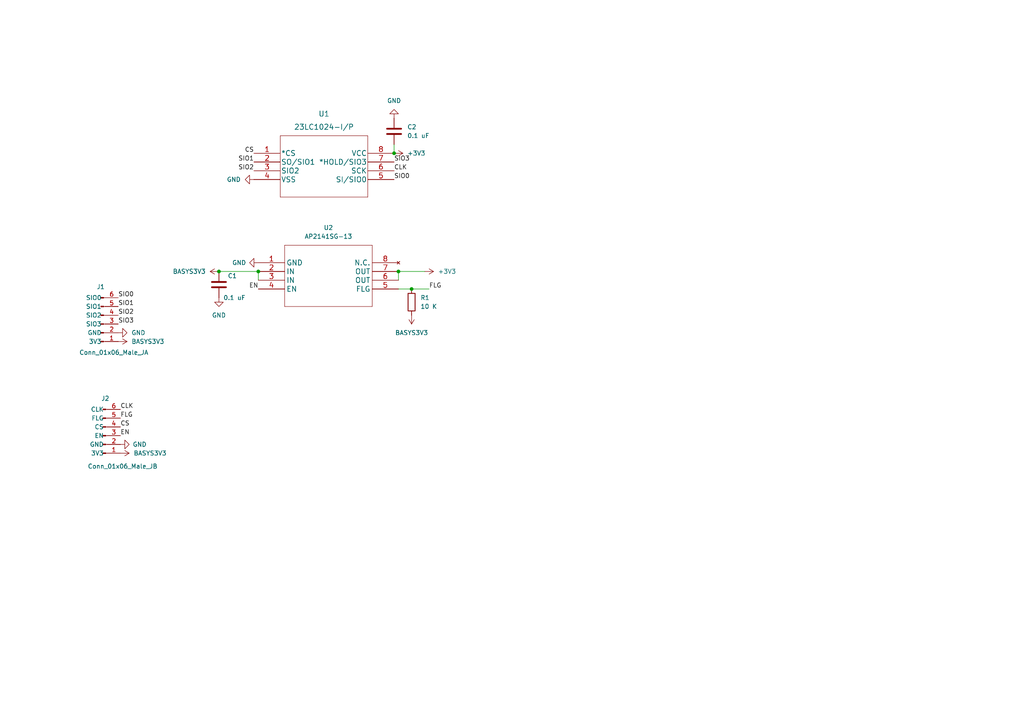
<source format=kicad_sch>
(kicad_sch (version 20211123) (generator eeschema)
  (paper "A4")
  (lib_symbols
    (symbol "23LC1024IP:23LC1024-I{slash}P" (pin_names (offset 0.254))
      (property "Reference" "U" (at 0 15.24 0))
      (property "Value" "23LC1024-I{slash}P" (at 1.27 12.7 0))
      (symbol "23LC1024-I{slash}P_1_1"
        (polyline (pts (xy -12.7 -8.89) (xy 12.7 -8.89)) (stroke (width 0.127)))
        (polyline (pts (xy -12.7 8.89) (xy -12.7 -8.89)) (stroke (width 0.127)))
        (polyline (pts (xy 12.7 -8.89) (xy 12.7 8.89)) (stroke (width 0.127)))
        (polyline (pts (xy 12.7 8.89) (xy -12.7 8.89)) (stroke (width 0.127)))
        (pin input line (at -20.32 3.81 0) (length 7.62) (name "*CS") (number "1"))
        (pin bidirectional line (at -20.32 1.27 0) (length 7.62) (name "SO/SIO1") (number "2"))
        (pin bidirectional line (at -20.32 -1.27 0) (length 7.62) (name "SIO2") (number "3"))
        (pin power_in line (at -20.32 -3.81 0) (length 7.62) (name "VSS") (number "4"))
        (pin bidirectional line (at 20.32 -3.81 180) (length 7.62) (name "SI/SIO0") (number "5"))
        (pin input line (at 20.32 -1.27 180) (length 7.62) (name "SCK") (number "6"))
        (pin bidirectional line (at 20.32 1.27 180) (length 7.62) (name "*HOLD/SIO3") (number "7"))
        (pin power_in line (at 20.32 3.81 180) (length 7.62) (name "VCC") (number "8"))
      )
    )
    (symbol "AP2141SG-13:AP2141SG-13"
      (property "Reference" "U" (at 0 16.51 0))
      (property "Value" "AP2141SG-13" (at 0 13.97 0))
      (symbol "AP2141SG-13_1_1"
        (polyline (pts (xy -12.7 -8.89) (xy 12.7 -8.89)) (stroke (width 0.127)))
        (polyline (pts (xy -12.7 8.89) (xy -12.7 -8.89)) (stroke (width 0.127)))
        (polyline (pts (xy 12.7 -8.89) (xy 12.7 8.89)) (stroke (width 0.127)))
        (polyline (pts (xy 12.7 8.89) (xy -12.7 8.89)) (stroke (width 0.127)))
        (pin power_in line (at -20.32 3.81 0) (length 7.62) (name "GND") (number "1"))
        (pin power_in line (at -20.32 1.27 0) (length 7.62) (name "IN") (number "2"))
        (pin power_in line (at -20.32 -1.27 0) (length 7.62) (name "IN") (number "3"))
        (pin input line (at -20.32 -3.81 0) (length 7.62) (name "EN") (number "4"))
        (pin output line (at 20.32 -3.81 180) (length 7.62) (name "FLG") (number "5"))
        (pin power_out line (at 20.32 -1.27 180) (length 7.62) (name "OUT") (number "6"))
        (pin power_out line (at 20.32 1.27 180) (length 7.62) (name "OUT") (number "7"))
        (pin no_connect line (at 20.32 3.81 180) (length 7.62) (name "N.C.") (number "8"))
      )
    )
    (symbol "Device:C" (pin_numbers hide) (pin_names (offset 0.254))
      (property "Reference" "C" (at 0.635 2.54 0))
      (property "Value" "C" (at 0.635 -2.54 0))
      (symbol "C_0_1"
        (polyline (pts (xy -2.032 -0.762) (xy 2.032 -0.762)) (stroke (width 0.508)))
        (polyline (pts (xy -2.032 0.762) (xy 2.032 0.762)) (stroke (width 0.508)))
      )
      (symbol "C_1_1"
        (pin passive line (at 0 3.81 270) (length 2.794) (name "~") (number "1"))
        (pin passive line (at 0 -3.81 90) (length 2.794) (name "~") (number "2"))
      )
    )
    (symbol "Device:R" (pin_numbers hide) (pin_names (offset 0))
      (property "Reference" "R" (at 2.032 0 90))
      (property "Value" "R" (at 0 0 90))
      (symbol "R_0_1"
        (rectangle (start -1.016 -2.54) (end 1.016 2.54) (stroke (width 0.254)))
      )
      (symbol "R_1_1"
        (pin passive line (at 0 3.81 270) (length 1.27) (name "~") (number "1"))
        (pin passive line (at 0 -3.81 90) (length 1.27) (name "~") (number "2"))
      )
    )
    (symbol "ProjectSpecific:BASYS3V3" (power) (pin_names (offset 0))
      (property "Value" "BASYS3V3" (at 0 3.556 0))
      (symbol "BASYS3V3_0_1"
        (polyline (pts (xy -0.762 1.27) (xy 0 2.54)))
        (polyline (pts (xy 0 0) (xy 0 2.54)))
        (polyline (pts (xy 0 2.54) (xy 0.762 1.27)))
      )
      (symbol "BASYS3V3_1_1"
        (pin power_in line (at 0 0 90) (length 0) hide (name "BASYS3V3") (number "1"))
      )
    )
    (symbol "ProjectSpecific:Conn_01x06_Male_JA" (pin_names (offset 1.016))
      (property "Reference" "J" (at 0 7.62 0))
      (property "Value" "Conn_01x06_Male_JA" (at 0 -10.16 0))
      (symbol "Conn_01x06_Male_JA_1_1"
        (polyline (pts (xy 1.27 -7.62) (xy 0.8636 -7.62)) (stroke (width 0.1524)))
        (polyline (pts (xy 1.27 -5.08) (xy 0.8636 -5.08)) (stroke (width 0.1524)))
        (polyline (pts (xy 1.27 -2.54) (xy 0.8636 -2.54)) (stroke (width 0.1524)))
        (polyline (pts (xy 1.27 0) (xy 0.8636 0)) (stroke (width 0.1524)))
        (polyline (pts (xy 1.27 2.54) (xy 0.8636 2.54)) (stroke (width 0.1524)))
        (polyline (pts (xy 1.27 5.08) (xy 0.8636 5.08)) (stroke (width 0.1524)))
        (rectangle (start 0.8636 -7.493) (end 0 -7.747) (stroke (width 0.1524)) (fill (type outline)))
        (rectangle (start 0.8636 -4.953) (end 0 -5.207) (stroke (width 0.1524)) (fill (type outline)))
        (rectangle (start 0.8636 -2.413) (end 0 -2.667) (stroke (width 0.1524)) (fill (type outline)))
        (rectangle (start 0.8636 0.127) (end 0 -0.127) (stroke (width 0.1524)) (fill (type outline)))
        (rectangle (start 0.8636 2.667) (end 0 2.413) (stroke (width 0.1524)) (fill (type outline)))
        (rectangle (start 0.8636 5.207) (end 0 4.953) (stroke (width 0.1524)) (fill (type outline)))
        (pin power_out line (at 5.08 5.08 180) (length 3.81) (name "3V3") (number "1"))
        (pin power_out line (at 5.08 2.54 180) (length 3.81) (name "GND") (number "2"))
        (pin bidirectional line (at 5.08 0 180) (length 3.81) (name "SIO3") (number "3"))
        (pin bidirectional line (at 5.08 -2.54 180) (length 3.81) (name "SIO2") (number "4"))
        (pin bidirectional line (at 5.08 -5.08 180) (length 3.81) (name "SIO1") (number "5"))
        (pin bidirectional line (at 5.08 -7.62 180) (length 3.81) (name "SIO0") (number "6"))
      )
    )
    (symbol "ProjectSpecific:Conn_01x06_Male_JB" (pin_names (offset 1.016))
      (property "Reference" "J" (at 0 7.62 0))
      (property "Value" "Conn_01x06_Male_JB" (at 0 -10.16 0))
      (symbol "Conn_01x06_Male_JB_1_1"
        (polyline (pts (xy 1.27 -7.62) (xy 0.8636 -7.62)) (stroke (width 0.1524)))
        (polyline (pts (xy 1.27 -5.08) (xy 0.8636 -5.08)) (stroke (width 0.1524)))
        (polyline (pts (xy 1.27 -2.54) (xy 0.8636 -2.54)) (stroke (width 0.1524)))
        (polyline (pts (xy 1.27 0) (xy 0.8636 0)) (stroke (width 0.1524)))
        (polyline (pts (xy 1.27 2.54) (xy 0.8636 2.54)) (stroke (width 0.1524)))
        (polyline (pts (xy 1.27 5.08) (xy 0.8636 5.08)) (stroke (width 0.1524)))
        (rectangle (start 0.8636 -7.493) (end 0 -7.747) (stroke (width 0.1524)) (fill (type outline)))
        (rectangle (start 0.8636 -4.953) (end 0 -5.207) (stroke (width 0.1524)) (fill (type outline)))
        (rectangle (start 0.8636 -2.413) (end 0 -2.667) (stroke (width 0.1524)) (fill (type outline)))
        (rectangle (start 0.8636 0.127) (end 0 -0.127) (stroke (width 0.1524)) (fill (type outline)))
        (rectangle (start 0.8636 2.667) (end 0 2.413) (stroke (width 0.1524)) (fill (type outline)))
        (rectangle (start 0.8636 5.207) (end 0 4.953) (stroke (width 0.1524)) (fill (type outline)))
        (pin power_out line (at 5.08 5.08 180) (length 3.81) (name "3V3") (number "1"))
        (pin power_out line (at 5.08 2.54 180) (length 3.81) (name "GND") (number "2"))
        (pin output line (at 5.08 0 180) (length 3.81) (name "EN") (number "3"))
        (pin output line (at 5.08 -2.54 180) (length 3.81) (name "CS") (number "4"))
        (pin input line (at 5.08 -5.08 180) (length 3.81) (name "FLG") (number "5"))
        (pin output line (at 5.08 -7.62 180) (length 3.81) (name "CLK") (number "6"))
      )
    )
    (symbol "power:+3V3" (power) (pin_names (offset 0))
      (property "Value" "+3V3" (at 0 3.556 0))
      (symbol "+3V3_0_1"
        (polyline (pts (xy -0.762 1.27) (xy 0 2.54)))
        (polyline (pts (xy 0 0) (xy 0 2.54)))
        (polyline (pts (xy 0 2.54) (xy 0.762 1.27)))
      )
      (symbol "+3V3_1_1"
        (pin power_in line (at 0 0 90) (length 0) hide (name "+3V3") (number "1"))
      )
    )
    (symbol "power:GND" (power) (pin_names (offset 0))
      (property "Value" "GND" (at 0 -3.81 0))
      (symbol "GND_0_1"
        (polyline (pts (xy 0 0) (xy 0 -1.27) (xy 1.27 -1.27) (xy 0 -2.54) (xy -1.27 -1.27) (xy 0 -1.27)))
      )
      (symbol "GND_1_1"
        (pin power_in line (at 0 0 270) (length 0) hide (name "GND") (number "1"))
      )
    )
  )
  (junction (at 115.57 78.74))
  (junction (at 114.3 44.45))
  (junction (at 119.38 83.82))
  (junction (at 74.93 78.74))
  (junction (at 63.5 78.74))
  (wire (pts (xy 119.38 83.82) (xy 124.46 83.82)))
  (wire (pts (xy 115.57 78.74) (xy 115.57 81.28)))
  (wire (pts (xy 74.93 78.74) (xy 74.93 81.28)))
  (wire (pts (xy 114.3 41.91) (xy 114.3 44.45)))
  (wire (pts (xy 63.5 78.74) (xy 74.93 78.74)))
  (wire (pts (xy 115.57 78.74) (xy 123.19 78.74)))
  (wire (pts (xy 115.57 83.82) (xy 119.38 83.82)))
  (label "SIO3" (at 114.3 46.99 0))
  (label "SIO1" (at 73.66 46.99 180))
  (label "FLG" (at 34.925 121.285 0))
  (label "EN" (at 74.93 83.82 180))
  (label "CS" (at 34.925 123.825 0))
  (label "CS" (at 73.66 44.45 180))
  (label "SIO3" (at 34.29 93.98 0))
  (label "CLK" (at 114.3 49.53 0))
  (label "SIO0" (at 114.3 52.07 0))
  (label "EN" (at 34.925 126.365 0))
  (label "SIO1" (at 34.29 88.9 0))
  (label "FLG" (at 124.46 83.82 0))
  (label "CLK" (at 34.925 118.745 0))
  (label "SIO2" (at 73.66 49.53 180))
  (label "SIO2" (at 34.29 91.44 0))
  (label "SIO0" (at 34.29 86.36 0))
  (symbol (lib_id "ProjectSpecific:BASYS3V3") (at 63.5 78.74 90) (unit 1)
    (property "Reference" "#PWR05" (effects hide))
    (property "Value" "BASYS3V3" (at 59.69 78.7399 90) (effects (justify left)))
  )
  (symbol (lib_id "Device:C") (at 114.3 38.1 0) (unit 1)
    (property "Reference" "C2" (at 118.11 36.8299 0) (effects (justify left)))
    (property "Value" "0.1 uF" (at 118.11 39.3699 0) (effects (justify left)))
    (property "Footprint" "Capacitor_SMD:C_1206_3216Metric_Pad1.33x1.80mm_HandSolder" (effects hide))
  )
  (symbol (lib_id "power:+3V3") (at 114.3 44.45 270) (unit 1)
    (property "Reference" "#PWR010" (effects hide))
    (property "Value" "+3V3" (at 118.11 44.4499 90) (effects (justify left)))
  )
  (symbol (lib_id "power:GND") (at 114.3 34.29 180) (unit 1)
    (property "Reference" "#PWR09" (effects hide))
    (property "Value" "GND" (at 114.3 29.21 0))
  )
  (symbol (lib_id "power:GND") (at 34.29 96.52 90) (unit 1)
    (property "Reference" "#PWR01" (effects hide))
    (property "Value" "GND" (at 38.1 96.5199 90) (effects (justify right)))
  )
  (symbol (lib_id "23LC1024IP:23LC1024-I{slash}P") (at 93.98 48.26 0) (unit 1)
    (property "Reference" "U1" (at 93.98 33.02 0) (effects (font (size 1.524 1.524))))
    (property "Value" "23LC1024-I/P" (at 93.98 36.83 0) (effects (font (size 1.524 1.524))))
    (property "Footprint" "Package_DIP:DIP-8_W7.62mm" (effects hide))
    (property "Datasheet" "https://ww1.microchip.com/downloads/en/DeviceDoc/20005142C.pdf" (effects hide))
    (property "UsageGuide" "https://ww1.microchip.com/downloads/en/Appnotes/01484A.pdf" (effects hide))
  )
  (symbol (lib_id "ProjectSpecific:BASYS3V3") (at 119.38 91.44 180) (unit 1)
    (property "Reference" "#PWR011" (effects hide))
    (property "Value" "BASYS3V3" (at 119.38 96.52 0))
  )
  (symbol (lib_id "power:GND") (at 73.66 52.07 270) (unit 1)
    (property "Reference" "#PWR07" (effects hide))
    (property "Value" "GND" (at 69.85 52.0699 90) (effects (justify right)))
  )
  (symbol (lib_id "ProjectSpecific:Conn_01x06_Male_JB") (at 29.845 126.365 0) (mirror x) (unit 1)
    (property "Reference" "J2" (at 31.75 115.57 0) (effects (justify right)))
    (property "Value" "Conn_01x06_Male_JB" (at 45.72 135.255 0) (effects (justify right)))
    (property "Footprint" "Connector_PinHeader_2.54mm:PinHeader_1x06_P2.54mm_Horizontal" (effects hide))
  )
  (symbol (lib_id "AP2141SG-13:AP2141SG-13") (at 95.25 80.01 0) (unit 1)
    (property "Reference" "U2" (at 95.25 66.04 0))
    (property "Value" "AP2141SG-13" (at 95.25 68.58 0))
    (property "Footprint" "Package_SO:SO-8_3.9x4.9mm_P1.27mm" (effects hide))
    (property "Datasheet" "https://www.diodes.com/assets/Datasheets/AP2141-51.pdf" (effects hide))
  )
  (symbol (lib_id "Device:R") (at 119.38 87.63 0) (unit 1)
    (property "Reference" "R1" (at 121.92 86.3599 0) (effects (justify left)))
    (property "Value" "10 K" (at 121.92 88.8999 0) (effects (justify left)))
    (property "Footprint" "Resistor_SMD:R_1206_3216Metric_Pad1.30x1.75mm_HandSolder" (effects hide))
  )
  (symbol (lib_id "power:GND") (at 34.925 128.905 90) (unit 1)
    (property "Reference" "#PWR03" (effects hide))
    (property "Value" "GND" (at 42.545 128.905 90) (effects (justify left)))
  )
  (symbol (lib_id "power:+3V3") (at 123.19 78.74 270) (unit 1)
    (property "Reference" "#PWR012" (effects hide))
    (property "Value" "+3V3" (at 127 78.7399 90) (effects (justify left)))
  )
  (symbol (lib_id "power:GND") (at 74.93 76.2 270) (unit 1)
    (property "Reference" "#PWR08" (effects hide))
    (property "Value" "GND" (at 67.31 76.2 90) (effects (justify left)))
  )
  (symbol (lib_id "ProjectSpecific:BASYS3V3") (at 34.925 131.445 270) (unit 1)
    (property "Reference" "#PWR04" (effects hide))
    (property "Value" "BASYS3V3" (at 38.735 131.4449 90) (effects (justify left)))
  )
  (symbol (lib_id "Device:C") (at 63.5 82.55 180) (unit 1)
    (property "Reference" "C1" (at 66.04 80.01 0) (effects (justify right)))
    (property "Value" "0.1 uF" (at 64.77 86.36 0) (effects (justify right)))
    (property "Footprint" "Capacitor_SMD:C_1206_3216Metric_Pad1.33x1.80mm_HandSolder" (effects hide))
  )
  (symbol (lib_id "ProjectSpecific:BASYS3V3") (at 34.29 99.06 270) (unit 1)
    (property "Reference" "#PWR02" (effects hide))
    (property "Value" "BASYS3V3" (at 38.1 99.0599 90) (effects (justify left)))
  )
  (symbol (lib_id "power:GND") (at 63.5 86.36 0) (unit 1)
    (property "Reference" "#PWR06" (effects hide))
    (property "Value" "GND" (at 63.5 91.44 0))
  )
  (symbol (lib_id "ProjectSpecific:Conn_01x06_Male_JA") (at 29.21 93.98 0) (mirror x) (unit 1)
    (property "Reference" "J1" (at 29.21 83.185 0))
    (property "Value" "Conn_01x06_Male_JA" (at 33.02 102.235 0))
    (property "Footprint" "Connector_PinHeader_2.54mm:PinHeader_1x06_P2.54mm_Horizontal" (effects hide))
  )
)
</source>
